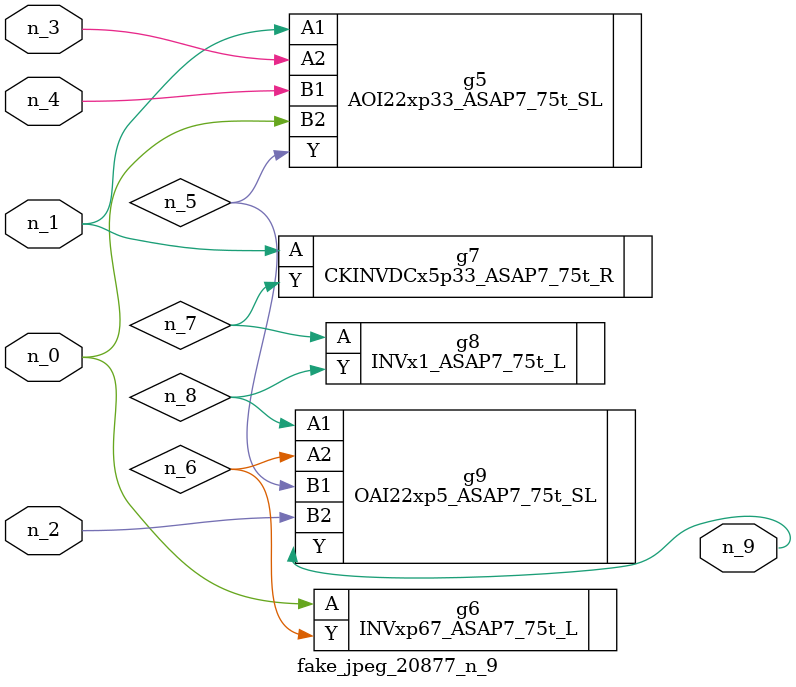
<source format=v>
module fake_jpeg_20877_n_9 (n_3, n_2, n_1, n_0, n_4, n_9);

input n_3;
input n_2;
input n_1;
input n_0;
input n_4;

output n_9;

wire n_8;
wire n_6;
wire n_5;
wire n_7;

AOI22xp33_ASAP7_75t_SL g5 ( 
.A1(n_1),
.A2(n_3),
.B1(n_4),
.B2(n_0),
.Y(n_5)
);

INVxp67_ASAP7_75t_L g6 ( 
.A(n_0),
.Y(n_6)
);

CKINVDCx5p33_ASAP7_75t_R g7 ( 
.A(n_1),
.Y(n_7)
);

INVx1_ASAP7_75t_L g8 ( 
.A(n_7),
.Y(n_8)
);

OAI22xp5_ASAP7_75t_SL g9 ( 
.A1(n_8),
.A2(n_6),
.B1(n_5),
.B2(n_2),
.Y(n_9)
);


endmodule
</source>
